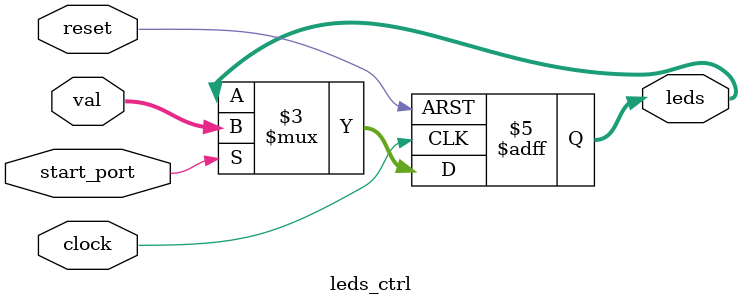
<source format=v>
`timescale 1ns / 1ps
module leds_ctrl(clock, reset, start_port, val, leds);
  // IN
  input clock;
  input reset;
  input start_port;
  input [15:0] val;
  // OUT
  output [15:0] leds;
  reg [15:0] leds;
  always @(posedge clock or negedge reset)
  begin
    if (!reset)
    begin
      leds<=0;
    end
    else
    begin
      if(start_port) leds<=val;
    end
  end
endmodule


</source>
